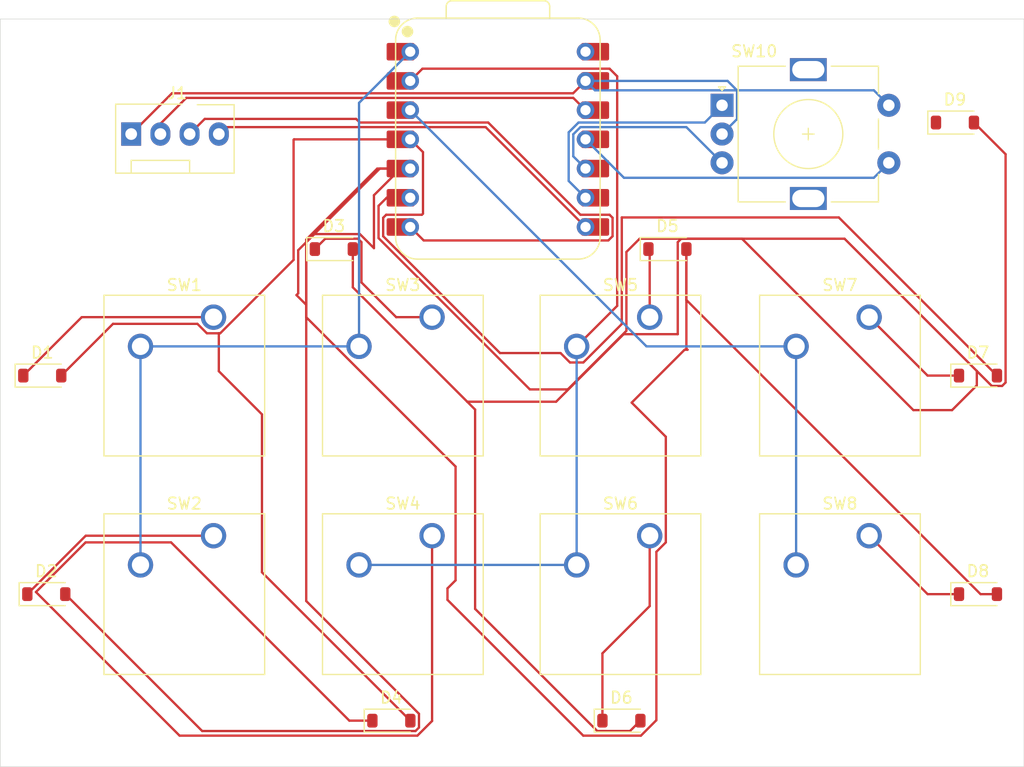
<source format=kicad_pcb>
(kicad_pcb (version 20241229) (generator "pcbnew") (generator_version "9.0")
  (layers (0 "F.Cu" signal) (2 "B.Cu" signal) (13 "F.Paste" user) (15 "B.Paste" user) (5 "F.SilkS" user "F.Silkscreen") (7 "B.SilkS" user "B.Silkscreen") (1 "F.Mask" user) (3 "B.Mask" user) (25 "Edge.Cuts" user))
  (net 0 "")
  (net 1 "/COL0")
  (net 2 "Net-(D1-K)")
  (net 3 "/COL1")
  (net 4 "Net-(D2-K)")
  (net 5 "Net-(D3-K)")
  (net 6 "/COL2")
  (net 7 "Net-(D4-K)")
  (net 8 "Net-(D5-K)")
  (net 9 "Net-(D6-K)")
  (net 10 "Net-(D7-K)")
  (net 11 "Net-(D8-K)")
  (net 12 "Net-(D9-K)")
  (net 13 "/SDA")
  (net 14 "+3.3V")
  (net 15 "/SCL")
  (net 16 "GND")
  (net 17 "/ROW0")
  (net 18 "/ROW1")
  (net 19 "/ROW2")
  (net 20 "/ENC_B")
  (net 21 "/ENC_SW")
  (net 22 "/ENC_A")
  (footprint "Button_Switch_Keyboard:SW_Cherry_MX_1.00u_PCB" (layer "F.Cu") (at 144.54 110.92)
    (property "Reference" "SW1" (at -2.54 -2.794 0) (layer "F.SilkS"))
    (property "Value" "SW_Push")
    (fp_line (start -9.525 -1.905) (end 4.445 -1.905) (stroke (width 0.12)) (layer "F.SilkS"))
    (fp_line (start -9.525 12.065) (end -9.525 -1.905) (stroke (width 0.12)) (layer "F.SilkS"))
    (fp_line (start 4.445 -1.905) (end 4.445 12.065) (stroke (width 0.12)) (layer "F.SilkS"))
    (fp_line (start 4.445 12.065) (end -9.525 12.065) (stroke (width 0.12)) (layer "F.SilkS"))
    (pad "" np_thru_hole circle (at -7.62 5.08) (size 1.7 1.7) (drill 1.7) (layers "*.Cu" "*.Mask"))
    (pad "" np_thru_hole circle (at -2.54 5.08) (size 4 4) (drill 4) (layers "*.Cu" "*.Mask"))
    (pad "" np_thru_hole circle (at 2.54 5.08) (size 1.7 1.7) (drill 1.7) (layers "*.Cu" "*.Mask"))
    (pad "1" thru_hole circle (at 0 0) (size 2.2 2.2) (drill 1.5) (layers "*.Cu" "*.Mask") (net 2 "Net-(D1-K)"))
    (pad "2" thru_hole circle (at -6.35 2.54) (size 2.2 2.2) (drill 1.5) (layers "*.Cu" "*.Mask") (net 17 "/ROW0"))
  )
  (footprint "Button_Switch_Keyboard:SW_Cherry_MX_1.00u_PCB" (layer "F.Cu") (at 144.54 129.92)
    (property "Reference" "SW2" (at -2.54 -2.794 0) (layer "F.SilkS"))
    (property "Value" "SW_Push")
    (fp_line (start -9.525 -1.905) (end 4.445 -1.905) (stroke (width 0.12)) (layer "F.SilkS"))
    (fp_line (start -9.525 12.065) (end -9.525 -1.905) (stroke (width 0.12)) (layer "F.SilkS"))
    (fp_line (start 4.445 -1.905) (end 4.445 12.065) (stroke (width 0.12)) (layer "F.SilkS"))
    (fp_line (start 4.445 12.065) (end -9.525 12.065) (stroke (width 0.12)) (layer "F.SilkS"))
    (pad "" np_thru_hole circle (at -7.62 5.08) (size 1.7 1.7) (drill 1.7) (layers "*.Cu" "*.Mask"))
    (pad "" np_thru_hole circle (at -2.54 5.08) (size 4 4) (drill 4) (layers "*.Cu" "*.Mask"))
    (pad "" np_thru_hole circle (at 2.54 5.08) (size 1.7 1.7) (drill 1.7) (layers "*.Cu" "*.Mask"))
    (pad "1" thru_hole circle (at 0 0) (size 2.2 2.2) (drill 1.5) (layers "*.Cu" "*.Mask") (net 4 "Net-(D2-K)"))
    (pad "2" thru_hole circle (at -6.35 2.54) (size 2.2 2.2) (drill 1.5) (layers "*.Cu" "*.Mask") (net 17 "/ROW0"))
  )
  (footprint "Button_Switch_Keyboard:SW_Cherry_MX_1.00u_PCB" (layer "F.Cu") (at 201.54 110.92)
    (property "Reference" "SW7" (at -2.54 -2.794 0) (layer "F.SilkS"))
    (property "Value" "SW_Push")
    (fp_line (start -9.525 -1.905) (end 4.445 -1.905) (stroke (width 0.12)) (layer "F.SilkS"))
    (fp_line (start -9.525 12.065) (end -9.525 -1.905) (stroke (width 0.12)) (layer "F.SilkS"))
    (fp_line (start 4.445 -1.905) (end 4.445 12.065) (stroke (width 0.12)) (layer "F.SilkS"))
    (fp_line (start 4.445 12.065) (end -9.525 12.065) (stroke (width 0.12)) (layer "F.SilkS"))
    (pad "" np_thru_hole circle (at -7.62 5.08) (size 1.7 1.7) (drill 1.7) (layers "*.Cu" "*.Mask"))
    (pad "" np_thru_hole circle (at -2.54 5.08) (size 4 4) (drill 4) (layers "*.Cu" "*.Mask"))
    (pad "" np_thru_hole circle (at 2.54 5.08) (size 1.7 1.7) (drill 1.7) (layers "*.Cu" "*.Mask"))
    (pad "1" thru_hole circle (at 0 0) (size 2.2 2.2) (drill 1.5) (layers "*.Cu" "*.Mask") (net 10 "Net-(D7-K)"))
    (pad "2" thru_hole circle (at -6.35 2.54) (size 2.2 2.2) (drill 1.5) (layers "*.Cu" "*.Mask") (net 19 "/ROW2"))
  )
  (footprint "Button_Switch_Keyboard:SW_Cherry_MX_1.00u_PCB" (layer "F.Cu") (at 163.54 129.92)
    (property "Reference" "SW4" (at -2.54 -2.794 0) (layer "F.SilkS"))
    (property "Value" "SW_Push")
    (fp_line (start -9.525 -1.905) (end 4.445 -1.905) (stroke (width 0.12)) (layer "F.SilkS"))
    (fp_line (start -9.525 12.065) (end -9.525 -1.905) (stroke (width 0.12)) (layer "F.SilkS"))
    (fp_line (start 4.445 -1.905) (end 4.445 12.065) (stroke (width 0.12)) (layer "F.SilkS"))
    (fp_line (start 4.445 12.065) (end -9.525 12.065) (stroke (width 0.12)) (layer "F.SilkS"))
    (pad "" np_thru_hole circle (at -7.62 5.08) (size 1.7 1.7) (drill 1.7) (layers "*.Cu" "*.Mask"))
    (pad "" np_thru_hole circle (at -2.54 5.08) (size 4 4) (drill 4) (layers "*.Cu" "*.Mask"))
    (pad "" np_thru_hole circle (at 2.54 5.08) (size 1.7 1.7) (drill 1.7) (layers "*.Cu" "*.Mask"))
    (pad "1" thru_hole circle (at 0 0) (size 2.2 2.2) (drill 1.5) (layers "*.Cu" "*.Mask") (net 7 "Net-(D4-K)"))
    (pad "2" thru_hole circle (at -6.35 2.54) (size 2.2 2.2) (drill 1.5) (layers "*.Cu" "*.Mask") (net 18 "/ROW1"))
  )
  (footprint "Diode_SMD:D_SOD-123" (layer "F.Cu") (at 209 94)
    (property "Reference" "D9" (at 0 -2 0) (layer "F.SilkS"))
    (property "Value" "D_Small")
    (fp_line (start -2.36 -1) (end -2.36 1) (stroke (width 0.12)) (layer "F.SilkS"))
    (fp_line (start -2.36 -1) (end 1.65 -1) (stroke (width 0.12)) (layer "F.SilkS"))
    (fp_line (start -2.36 1) (end 1.65 1) (stroke (width 0.12)) (layer "F.SilkS"))
    (pad "1" smd roundrect (at -1.65 0) (size 0.9 1.2) (layers "F.Cu" "F.Mask" "F.Paste") (net 12 "Net-(D9-K)"))
    (pad "2" smd roundrect (at 1.65 0) (size 0.9 1.2) (layers "F.Cu" "F.Mask" "F.Paste") (net 6 "/COL2"))
  )
  (footprint "Diode_SMD:D_SOD-123" (layer "F.Cu") (at 130 135)
    (property "Reference" "D2" (at 0 -2 0) (layer "F.SilkS"))
    (property "Value" "D_Small")
    (fp_line (start -2.36 -1) (end -2.36 1) (stroke (width 0.12)) (layer "F.SilkS"))
    (fp_line (start -2.36 -1) (end 1.65 -1) (stroke (width 0.12)) (layer "F.SilkS"))
    (fp_line (start -2.36 1) (end 1.65 1) (stroke (width 0.12)) (layer "F.SilkS"))
    (pad "1" smd roundrect (at -1.65 0) (size 0.9 1.2) (layers "F.Cu" "F.Mask" "F.Paste") (net 4 "Net-(D2-K)"))
    (pad "2" smd roundrect (at 1.65 0) (size 0.9 1.2) (layers "F.Cu" "F.Mask" "F.Paste") (net 3 "/COL1"))
  )
  (footprint "Button_Switch_Keyboard:SW_Cherry_MX_1.00u_PCB" (layer "F.Cu") (at 163.54 110.92)
    (property "Reference" "SW3" (at -2.54 -2.794 0) (layer "F.SilkS"))
    (property "Value" "SW_Push")
    (fp_line (start -9.525 -1.905) (end 4.445 -1.905) (stroke (width 0.12)) (layer "F.SilkS"))
    (fp_line (start -9.525 12.065) (end -9.525 -1.905) (stroke (width 0.12)) (layer "F.SilkS"))
    (fp_line (start 4.445 -1.905) (end 4.445 12.065) (stroke (width 0.12)) (layer "F.SilkS"))
    (fp_line (start 4.445 12.065) (end -9.525 12.065) (stroke (width 0.12)) (layer "F.SilkS"))
    (pad "" np_thru_hole circle (at -7.62 5.08) (size 1.7 1.7) (drill 1.7) (layers "*.Cu" "*.Mask"))
    (pad "" np_thru_hole circle (at -2.54 5.08) (size 4 4) (drill 4) (layers "*.Cu" "*.Mask"))
    (pad "" np_thru_hole circle (at 2.54 5.08) (size 1.7 1.7) (drill 1.7) (layers "*.Cu" "*.Mask"))
    (pad "1" thru_hole circle (at 0 0) (size 2.2 2.2) (drill 1.5) (layers "*.Cu" "*.Mask") (net 5 "Net-(D3-K)"))
    (pad "2" thru_hole circle (at -6.35 2.54) (size 2.2 2.2) (drill 1.5) (layers "*.Cu" "*.Mask") (net 17 "/ROW0"))
  )
  (footprint "Diode_SMD:D_SOD-123" (layer "F.Cu") (at 129.65 116)
    (property "Reference" "D1" (at 0 -2 0) (layer "F.SilkS"))
    (property "Value" "D_Small")
    (fp_line (start -2.36 -1) (end -2.36 1) (stroke (width 0.12)) (layer "F.SilkS"))
    (fp_line (start -2.36 -1) (end 1.65 -1) (stroke (width 0.12)) (layer "F.SilkS"))
    (fp_line (start -2.36 1) (end 1.65 1) (stroke (width 0.12)) (layer "F.SilkS"))
    (pad "1" smd roundrect (at -1.65 0) (size 0.9 1.2) (layers "F.Cu" "F.Mask" "F.Paste") (net 2 "Net-(D1-K)"))
    (pad "2" smd roundrect (at 1.65 0) (size 0.9 1.2) (layers "F.Cu" "F.Mask" "F.Paste") (net 1 "/COL0"))
  )
  (footprint "Diode_SMD:D_SOD-123" (layer "F.Cu") (at 180 146)
    (property "Reference" "D6" (at 0 -2 0) (layer "F.SilkS"))
    (property "Value" "D_Small")
    (fp_line (start -2.36 -1) (end -2.36 1) (stroke (width 0.12)) (layer "F.SilkS"))
    (fp_line (start -2.36 -1) (end 1.65 -1) (stroke (width 0.12)) (layer "F.SilkS"))
    (fp_line (start -2.36 1) (end 1.65 1) (stroke (width 0.12)) (layer "F.SilkS"))
    (pad "1" smd roundrect (at -1.65 0) (size 0.9 1.2) (layers "F.Cu" "F.Mask" "F.Paste") (net 9 "Net-(D6-K)"))
    (pad "2" smd roundrect (at 1.65 0) (size 0.9 1.2) (layers "F.Cu" "F.Mask" "F.Paste") (net 6 "/COL2"))
  )
  (footprint "Diode_SMD:D_SOD-123" (layer "F.Cu") (at 160 146)
    (property "Reference" "D4" (at 0 -2 0) (layer "F.SilkS"))
    (property "Value" "D_Small")
    (fp_line (start -2.36 -1) (end -2.36 1) (stroke (width 0.12)) (layer "F.SilkS"))
    (fp_line (start -2.36 -1) (end 1.65 -1) (stroke (width 0.12)) (layer "F.SilkS"))
    (fp_line (start -2.36 1) (end 1.65 1) (stroke (width 0.12)) (layer "F.SilkS"))
    (pad "1" smd roundrect (at -1.65 0) (size 0.9 1.2) (layers "F.Cu" "F.Mask" "F.Paste") (net 7 "Net-(D4-K)"))
    (pad "2" smd roundrect (at 1.65 0) (size 0.9 1.2) (layers "F.Cu" "F.Mask" "F.Paste") (net 1 "/COL0"))
  )
  (footprint "Diode_SMD:D_SOD-123" (layer "F.Cu") (at 184 105)
    (property "Reference" "D5" (at 0 -2 0) (layer "F.SilkS"))
    (property "Value" "D_Small")
    (fp_line (start -2.36 -1) (end -2.36 1) (stroke (width 0.12)) (layer "F.SilkS"))
    (fp_line (start -2.36 -1) (end 1.65 -1) (stroke (width 0.12)) (layer "F.SilkS"))
    (fp_line (start -2.36 1) (end 1.65 1) (stroke (width 0.12)) (layer "F.SilkS"))
    (pad "1" smd roundrect (at -1.65 0) (size 0.9 1.2) (layers "F.Cu" "F.Mask" "F.Paste") (net 8 "Net-(D5-K)"))
    (pad "2" smd roundrect (at 1.65 0) (size 0.9 1.2) (layers "F.Cu" "F.Mask" "F.Paste") (net 3 "/COL1"))
  )
  (footprint "Diode_SMD:D_SOD-123" (layer "F.Cu") (at 211 135)
    (property "Reference" "D8" (at 0 -2 0) (layer "F.SilkS"))
    (property "Value" "D_Small")
    (fp_line (start -2.36 -1) (end -2.36 1) (stroke (width 0.12)) (layer "F.SilkS"))
    (fp_line (start -2.36 -1) (end 1.65 -1) (stroke (width 0.12)) (layer "F.SilkS"))
    (fp_line (start -2.36 1) (end 1.65 1) (stroke (width 0.12)) (layer "F.SilkS"))
    (pad "1" smd roundrect (at -1.65 0) (size 0.9 1.2) (layers "F.Cu" "F.Mask" "F.Paste") (net 11 "Net-(D8-K)"))
    (pad "2" smd roundrect (at 1.65 0) (size 0.9 1.2) (layers "F.Cu" "F.Mask" "F.Paste") (net 3 "/COL1"))
  )
  (footprint "Connector:FanPinHeader_1x04_P2.54mm_Vertical" (layer "F.Cu") (at 137.38 95)
    (property "Reference" "J1" (at 4 -3.55 0) (layer "F.SilkS"))
    (property "Value" "Conn_01x04")
    (fp_line (start -1.35 -2.6) (end 4.4 -2.6) (stroke (width 0.12)) (layer "F.SilkS"))
    (fp_line (start -1.35 3.4) (end -1.35 -2.6) (stroke (width 0.12)) (layer "F.SilkS"))
    (fp_line (start 0 2.29) (end 5.08 2.29) (stroke (width 0.12)) (layer "F.SilkS"))
    (fp_line (start 0 3.3) (end 0 2.29) (stroke (width 0.12)) (layer "F.SilkS"))
    (fp_line (start 5.08 2.29) (end 5.08 3.3) (stroke (width 0.12)) (layer "F.SilkS"))
    (fp_line (start 5.75 -2.55) (end 8.95 -2.55) (stroke (width 0.12)) (layer "F.SilkS"))
    (fp_line (start 8.95 -2.55) (end 8.95 3.4) (stroke (width 0.12)) (layer "F.SilkS"))
    (fp_line (start 8.95 3.4) (end -1.35 3.4) (stroke (width 0.12)) (layer "F.SilkS"))
    (pad "" np_thru_hole circle (at 5.08 -2.16 90) (size 1.1 1.1) (drill 1.1) (layers "*.Cu" "*.Mask"))
    (pad "1" thru_hole rect (at 0 0 90) (size 2.03 1.73) (drill 1.02) (layers "*.Cu" "*.Mask") (net 16 "GND"))
    (pad "2" thru_hole oval (at 2.54 0 90) (size 2.03 1.73) (drill 1.02) (layers "*.Cu" "*.Mask") (net 14 "+3.3V"))
    (pad "3" thru_hole oval (at 5.08 0 90) (size 2.03 1.73) (drill 1.02) (layers "*.Cu" "*.Mask") (net 15 "/SCL"))
    (pad "4" thru_hole oval (at 7.62 0 90) (size 2.03 1.73) (drill 1.02) (layers "*.Cu" "*.Mask") (net 13 "/SDA"))
  )
  (footprint "Button_Switch_Keyboard:SW_Cherry_MX_1.00u_PCB" (layer "F.Cu") (at 182.46 110.92)
    (property "Reference" "SW5" (at -2.54 -2.794 0) (layer "F.SilkS"))
    (property "Value" "SW_Push")
    (fp_line (start -9.525 -1.905) (end 4.445 -1.905) (stroke (width 0.12)) (layer "F.SilkS"))
    (fp_line (start -9.525 12.065) (end -9.525 -1.905) (stroke (width 0.12)) (layer "F.SilkS"))
    (fp_line (start 4.445 -1.905) (end 4.445 12.065) (stroke (width 0.12)) (layer "F.SilkS"))
    (fp_line (start 4.445 12.065) (end -9.525 12.065) (stroke (width 0.12)) (layer "F.SilkS"))
    (pad "" np_thru_hole circle (at -7.62 5.08) (size 1.7 1.7) (drill 1.7) (layers "*.Cu" "*.Mask"))
    (pad "" np_thru_hole circle (at -2.54 5.08) (size 4 4) (drill 4) (layers "*.Cu" "*.Mask"))
    (pad "" np_thru_hole circle (at 2.54 5.08) (size 1.7 1.7) (drill 1.7) (layers "*.Cu" "*.Mask"))
    (pad "1" thru_hole circle (at 0 0) (size 2.2 2.2) (drill 1.5) (layers "*.Cu" "*.Mask") (net 8 "Net-(D5-K)"))
    (pad "2" thru_hole circle (at -6.35 2.54) (size 2.2 2.2) (drill 1.5) (layers "*.Cu" "*.Mask") (net 18 "/ROW1"))
  )
  (footprint "Seeed Studio XIAO Series Library:XIAO-ESP32C3-DIP" (layer "F.Cu") (at 169.38 95.46)
    (property "Reference" "U1" (hide yes))
    (property "Value" "XIAO-ESP32-C3-DIP")
    (fp_line (start -9.01 8.509) (end -9.01 -8.636) (stroke (width 0.127)) (layer "F.SilkS"))
    (fp_line (start -7.105 10.414) (end 6.865 10.414) (stroke (width 0.127)) (layer "F.SilkS"))
    (fp_line (start -4.615 -10.541) (end -4.611272 -11.551272) (stroke (width 0.127)) (layer "F.SilkS"))
    (fp_line (start -4.111272 -12.051) (end 3.884 -12.051) (stroke (width 0.127)) (layer "F.SilkS"))
    (fp_line (start 4.384 -11.551) (end 4.384 -10.541) (stroke (width 0.127)) (layer "F.SilkS"))
    (fp_line (start 6.865 -10.541) (end -7.105 -10.541) (stroke (width 0.1)) (layer "F.SilkS"))
    (fp_line (start 6.865 -10.541) (end -7.105 -10.541) (stroke (width 0.127)) (layer "F.SilkS"))
    (fp_line (start 8.77 8.509) (end 8.77 -8.636) (stroke (width 0.127)) (layer "F.SilkS"))
    (fp_arc (start -9.01 -8.636) (mid -8.452038 -9.983038) (end -7.105 -10.541) (stroke (width 0.127)) (layer "F.SilkS"))
    (fp_arc (start -7.105 10.414) (mid -8.452038 9.856038) (end -9.01 8.509) (stroke (width 0.127)) (layer "F.SilkS"))
    (fp_arc (start -4.611272 -11.551272) (mid -4.464728 -11.90464) (end -4.111272 -12.051) (stroke (width 0.127)) (layer "F.SilkS"))
    (fp_arc (start 3.884 -12.051) (mid 4.237553 -11.904553) (end 4.384 -11.551) (stroke (width 0.127)) (layer "F.SilkS"))
    (fp_arc (start 6.865 -10.541) (mid 8.212038 -9.983038) (end 8.77 -8.636) (stroke (width 0.127)) (layer "F.SilkS"))
    (fp_arc (start 8.77 8.509) (mid 8.212038 9.856038) (end 6.865 10.414) (stroke (width 0.127)) (layer "F.SilkS"))
    (fp_circle (center -9.12 -10.25) (end -9.12 -10.504) (stroke (width 0.5)) (fill yes) (layer "F.SilkS"))
    (fp_circle (center -7.977 -9.37) (end -7.977 -9.624) (stroke (width 0.5)) (fill yes) (layer "F.SilkS"))
    (pad "1" smd roundrect (at -8.575 -7.62 180) (size 2.432 1.524) (layers "F.Cu" "F.Mask") (roundrect_rratio 0.1) (net 17 "/ROW0"))
    (pad "1" thru_hole circle (at -7.74 -7.62 180) (size 1.524 1.524) (drill 0.889) (layers "*.Cu" "*.Mask") (net 17 "/ROW0"))
    (pad "2" smd roundrect (at -8.575 -5.08 180) (size 2.432 1.524) (layers "F.Cu" "F.Mask") (roundrect_rratio 0.1) (net 18 "/ROW1"))
    (pad "2" thru_hole circle (at -7.74 -5.08 180) (size 1.524 1.524) (drill 0.889) (layers "*.Cu" "*.Mask") (net 18 "/ROW1"))
    (pad "3" smd roundrect (at -8.575 -2.54 180) (size 2.432 1.524) (layers "F.Cu" "F.Mask") (roundrect_rratio 0.1) (net 19 "/ROW2"))
    (pad "3" thru_hole circle (at -7.74 -2.54 180) (size 1.524 1.524) (drill 0.889) (layers "*.Cu" "*.Mask") (net 19 "/ROW2"))
    (pad "4" smd roundrect (at -8.575 0 180) (size 2.432 1.524) (layers "F.Cu" "F.Mask") (roundrect_rratio 0.1) (net 1 "/COL0"))
    (pad "4" thru_hole circle (at -7.74 0 180) (size 1.524 1.524) (drill 0.889) (layers "*.Cu" "*.Mask") (net 1 "/COL0"))
    (pad "5" smd roundrect (at -8.575 2.54 180) (size 2.432 1.524) (layers "F.Cu" "F.Mask") (roundrect_rratio 0.1) (net 3 "/COL1"))
    (pad "5" thru_hole circle (at -7.74 2.54 180) (size 1.524 1.524) (drill 0.889) (layers "*.Cu" "*.Mask") (net 3 "/COL1"))
    (pad "6" smd roundrect (at -8.575 5.08 180) (size 2.432 1.524) (layers "F.Cu" "F.Mask") (roundrect_rratio 0.1) (net 6 "/COL2"))
    (pad "6" thru_hole circle (at -7.74 5.08 180) (size 1.524 1.524) (drill 0.889) (layers "*.Cu" "*.Mask") (net 6 "/COL2"))
    (pad "7" smd roundrect (at -8.575 7.62 180) (size 2.432 1.524) (layers "F.Cu" "F.Mask") (roundrect_rratio 0.1) (net 15 "/SCL"))
    (pad "7" thru_hole circle (at -7.74 7.62 180) (size 1.524 1.524) (drill 0.889) (layers "*.Cu" "*.Mask") (net 15 "/SCL"))
    (pad "8" thru_hole circle (at 7.5 7.62) (size 1.524 1.524) (drill 0.889) (layers "*.Cu" "*.Mask") (net 13 "/SDA"))
    (pad "8" smd roundrect (at 8.335 7.62) (size 2.432 1.524) (layers "F.Cu" "F.Mask") (roundrect_rratio 0.1) (net 13 "/SDA"))
    (pad "9" thru_hole circle (at 7.5 5.08) (size 1.524 1.524) (drill 0.889) (layers "*.Cu" "*.Mask") (net 22 "/ENC_A"))
    (pad "9" smd roundrect (at 8.335 5.08) (size 2.432 1.524) (layers "F.Cu" "F.Mask") (roundrect_rratio 0.1) (net 22 "/ENC_A"))
    (pad "10" thru_hole circle (at 7.5 2.54) (size 1.524 1.524) (drill 0.889) (layers "*.Cu" "*.Mask") (net 20 "/ENC_B"))
    (pad "10" smd roundrect (at 8.335 2.54) (size 2.432 1.524) (layers "F.Cu" "F.Mask") (roundrect_rratio 0.1) (net 20 "/ENC_B"))
    (pad "11" thru_hole circle (at 7.5 0) (size 1.524 1.524) (drill 0.889) (layers "*.Cu" "*.Mask") (net 21 "/ENC_SW"))
    (pad "11" smd roundrect (at 8.335 0) (size 2.432 1.524) (layers "F.Cu" "F.Mask") (roundrect_rratio 0.1) (net 21 "/ENC_SW"))
    (pad "12" thru_hole circle (at 7.5 -2.54) (size 1.524 1.524) (drill 0.889) (layers "*.Cu" "*.Mask") (net 14 "+3.3V"))
    (pad "12" smd roundrect (at 8.335 -2.54) (size 2.432 1.524) (layers "F.Cu" "F.Mask") (roundrect_rratio 0.1) (net 14 "+3.3V"))
    (pad "13" thru_hole circle (at 7.5 -5.08) (size 1.524 1.524) (drill 0.889) (layers "*.Cu" "*.Mask") (net 16 "GND"))
    (pad "13" smd roundrect (at 8.335 -5.08) (size 2.432 1.524) (layers "F.Cu" "F.Mask") (roundrect_rratio 0.1) (net 16 "GND"))
    (pad "14" thru_hole circle (at 7.5 -7.62) (size 1.524 1.524) (drill 0.889) (layers "*.Cu" "*.Mask"))
    (pad "14" smd roundrect (at 8.335 -7.62) (size 2.432 1.524) (layers "F.Cu" "F.Mask") (roundrect_rratio 0.1))
  )
  (footprint "Button_Switch_Keyboard:SW_Cherry_MX_1.00u_PCB" (layer "F.Cu") (at 201.54 129.92)
    (property "Reference" "SW8" (at -2.54 -2.794 0) (layer "F.SilkS"))
    (property "Value" "SW_Push")
    (fp_line (start -9.525 -1.905) (end 4.445 -1.905) (stroke (width 0.12)) (layer "F.SilkS"))
    (fp_line (start -9.525 12.065) (end -9.525 -1.905) (stroke (width 0.12)) (layer "F.SilkS"))
    (fp_line (start 4.445 -1.905) (end 4.445 12.065) (stroke (width 0.12)) (layer "F.SilkS"))
    (fp_line (start 4.445 12.065) (end -9.525 12.065) (stroke (width 0.12)) (layer "F.SilkS"))
    (pad "" np_thru_hole circle (at -7.62 5.08) (size 1.7 1.7) (drill 1.7) (layers "*.Cu" "*.Mask"))
    (pad "" np_thru_hole circle (at -2.54 5.08) (size 4 4) (drill 4) (layers "*.Cu" "*.Mask"))
    (pad "" np_thru_hole circle (at 2.54 5.08) (size 1.7 1.7) (drill 1.7) (layers "*.Cu" "*.Mask"))
    (pad "1" thru_hole circle (at 0 0) (size 2.2 2.2) (drill 1.5) (layers "*.Cu" "*.Mask") (net 11 "Net-(D8-K)"))
    (pad "2" thru_hole circle (at -6.35 2.54) (size 2.2 2.2) (drill 1.5) (layers "*.Cu" "*.Mask") (net 19 "/ROW2"))
  )
  (footprint "Button_Switch_Keyboard:SW_Cherry_MX_1.00u_PCB" (layer "F.Cu") (at 182.46 129.92)
    (property "Reference" "SW6" (at -2.54 -2.794 0) (layer "F.SilkS"))
    (property "Value" "SW_Push")
    (fp_line (start -9.525 -1.905) (end 4.445 -1.905) (stroke (width 0.12)) (layer "F.SilkS"))
    (fp_line (start -9.525 12.065) (end -9.525 -1.905) (stroke (width 0.12)) (layer "F.SilkS"))
    (fp_line (start 4.445 -1.905) (end 4.445 12.065) (stroke (width 0.12)) (layer "F.SilkS"))
    (fp_line (start 4.445 12.065) (end -9.525 12.065) (stroke (width 0.12)) (layer "F.SilkS"))
    (pad "" np_thru_hole circle (at -7.62 5.08) (size 1.7 1.7) (drill 1.7) (layers "*.Cu" "*.Mask"))
    (pad "" np_thru_hole circle (at -2.54 5.08) (size 4 4) (drill 4) (layers "*.Cu" "*.Mask"))
    (pad "" np_thru_hole circle (at 2.54 5.08) (size 1.7 1.7) (drill 1.7) (layers "*.Cu" "*.Mask"))
    (pad "1" thru_hole circle (at 0 0) (size 2.2 2.2) (drill 1.5) (layers "*.Cu" "*.Mask") (net 9 "Net-(D6-K)"))
    (pad "2" thru_hole circle (at -6.35 2.54) (size 2.2 2.2) (drill 1.5) (layers "*.Cu" "*.Mask") (net 18 "/ROW1"))
  )
  (footprint "Diode_SMD:D_SOD-123" (layer "F.Cu") (at 211 116)
    (property "Reference" "D7" (at 0 -2 0) (layer "F.SilkS"))
    (property "Value" "D_Small")
    (fp_line (start -2.36 -1) (end -2.36 1) (stroke (width 0.12)) (layer "F.SilkS"))
    (fp_line (start -2.36 -1) (end 1.65 -1) (stroke (width 0.12)) (layer "F.SilkS"))
    (fp_line (start -2.36 1) (end 1.65 1) (stroke (width 0.12)) (layer "F.SilkS"))
    (pad "1" smd roundrect (at -1.65 0) (size 0.9 1.2) (layers "F.Cu" "F.Mask" "F.Paste") (net 10 "Net-(D7-K)"))
    (pad "2" smd roundrect (at 1.65 0) (size 0.9 1.2) (layers "F.Cu" "F.Mask" "F.Paste") (net 1 "/COL0"))
  )
  (footprint "Rotary_Encoder:RotaryEncoder_Alps_EC11E-Switch_Vertical_H20mm" (layer "F.Cu") (at 188.75 92.5)
    (property "Reference" "SW10" (at 2.8 -4.7 0) (layer "F.SilkS"))
    (property "Value" "RotaryEncoder_Switch")
    (fp_line (start -0.3 -1.6) (end 0.3 -1.6) (stroke (width 0.12)) (layer "F.SilkS"))
    (fp_line (start 0 -1.3) (end -0.3 -1.6) (stroke (width 0.12)) (layer "F.SilkS"))
    (fp_line (start 0.3 -1.6) (end 0 -1.3) (stroke (width 0.12)) (layer "F.SilkS"))
    (fp_line (start 1.4 -3.4) (end 1.4 8.4) (stroke (width 0.12)) (layer "F.SilkS"))
    (fp_line (start 5.5 -3.4) (end 1.4 -3.4) (stroke (width 0.12)) (layer "F.SilkS"))
    (fp_line (start 5.5 8.4) (end 1.4 8.4) (stroke (width 0.12)) (layer "F.SilkS"))
    (fp_line (start 7 2.5) (end 8 2.5) (stroke (width 0.12)) (layer "F.SilkS"))
    (fp_line (start 7.5 2) (end 7.5 3) (stroke (width 0.12)) (layer "F.SilkS"))
    (fp_line (start 9.5 -3.4) (end 13.6 -3.4) (stroke (width 0.12)) (layer "F.SilkS"))
    (fp_line (start 13.6 -3.4) (end 13.6 -1) (stroke (width 0.12)) (layer "F.SilkS"))
    (fp_line (start 13.6 1.2) (end 13.6 3.8) (stroke (width 0.12)) (layer "F.SilkS"))
    (fp_line (start 13.6 6) (end 13.6 8.4) (stroke (width 0.12)) (layer "F.SilkS"))
    (fp_line (start 13.6 8.4) (end 9.5 8.4) (stroke (width 0.12)) (layer "F.SilkS"))
    (fp_circle (center 7.5 2.5) (end 10.5 2.5) (stroke (width 0.12)) (fill no) (layer "F.SilkS"))
    (pad "A" thru_hole rect (at 0 0) (size 2 2) (drill 1) (layers "*.Cu" "*.Mask") (net 22 "/ENC_A"))
    (pad "B" thru_hole circle (at 0 5) (size 2 2) (drill 1) (layers "*.Cu" "*.Mask") (net 20 "/ENC_B"))
    (pad "C" thru_hole circle (at 0 2.5) (size 2 2) (drill 1) (layers "*.Cu" "*.Mask") (net 16 "GND"))
    (pad "MP" thru_hole rect (at 7.5 -3.1) (size 3.2 2) (drill oval 2.8 1.5) (layers "*.Cu" "*.Mask"))
    (pad "MP" thru_hole rect (at 7.5 8.1) (size 3.2 2) (drill oval 2.8 1.5) (layers "*.Cu" "*.Mask"))
    (pad "S1" thru_hole circle (at 14.5 5) (size 2 2) (drill 1) (layers "*.Cu" "*.Mask") (net 21 "/ENC_SW"))
    (pad "S2" thru_hole circle (at 14.5 0) (size 2 2) (drill 1) (layers "*.Cu" "*.Mask") (net 16 "GND"))
  )
  (footprint "Diode_SMD:D_SOD-123" (layer "F.Cu") (at 155 105)
    (property "Reference" "D3" (at 0 -2 0) (layer "F.SilkS"))
    (property "Value" "D_Small")
    (fp_line (start -2.36 -1) (end -2.36 1) (stroke (width 0.12)) (layer "F.SilkS"))
    (fp_line (start -2.36 -1) (end 1.65 -1) (stroke (width 0.12)) (layer "F.SilkS"))
    (fp_line (start -2.36 1) (end 1.65 1) (stroke (width 0.12)) (layer "F.SilkS"))
    (pad "1" smd roundrect (at -1.65 0) (size 0.9 1.2) (layers "F.Cu" "F.Mask" "F.Paste") (net 5 "Net-(D3-K)"))
    (pad "2" smd roundrect (at 1.65 0) (size 0.9 1.2) (layers "F.Cu" "F.Mask" "F.Paste") (net 6 "/COL2"))
  )
  (gr_rect (start 126 85) (end 215 150) (stroke (width 0.05)) (fill no) (layer "Edge.Cuts"))
  (segment (start 148.75 133.1) (end 148.75 119.36847) (width 0.2) (layer "F.Cu") (net 1))
  (segment (start 143.959686 112.321) (end 145 112.321) (width 0.2) (layer "F.Cu") (net 1))
  (segment (start 135.799686 111.500314) (end 143.139 111.500314) (width 0.2) (layer "F.Cu") (net 1))
  (segment (start 151.5 95.5) (end 151.54 95.46) (width 0.2) (layer "F.Cu") (net 1))
  (segment (start 148.75 119.36847) (end 145 115.61847) (width 0.2) (layer "F.Cu") (net 1))
  (segment (start 151.5 105.941314) (end 151.5 95.5) (width 0.2) (layer "F.Cu") (net 1))
  (segment (start 180.034 102.25) (end 180.034 111.517314) (width 0.2) (layer "F.Cu") (net 1))
  (segment (start 162.75 96.57) (end 161.64 95.46) (width 0.2) (layer "F.Cu") (net 1))
  (segment (start 131.3 116) (end 135.799686 111.500314) (width 0.2) (layer "F.Cu") (net 1))
  (segment (start 159.288 103.881626) (end 159.288 102.278374) (width 0.2) (layer "F.Cu") (net 1))
  (segment (start 212.65 116) (end 198.9 102.25) (width 0.2) (layer "F.Cu") (net 1))
  (segment (start 169.446688 114.040314) (end 159.288 103.881626) (width 0.2) (layer "F.Cu") (net 1))
  (segment (start 180.034 111.517314) (end 176.690314 114.861) (width 0.2) (layer "F.Cu") (net 1))
  (segment (start 162.75 101.920686) (end 162.75 96.57) (width 0.2) (layer "F.Cu") (net 1))
  (segment (start 145 115.61847) (end 145 112.321) (width 0.2) (layer "F.Cu") (net 1))
  (segment (start 145.120314 112.321) (end 151.5 105.941314) (width 0.2) (layer "F.Cu") (net 1))
  (segment (start 198.9 102.25) (end 180.034 102.25) (width 0.2) (layer "F.Cu") (net 1))
  (segment (start 176.690314 114.861) (end 175.529686 114.861) (width 0.2) (layer "F.Cu") (net 1))
  (segment (start 174.709 114.040314) (end 169.446688 114.040314) (width 0.2) (layer "F.Cu") (net 1))
  (segment (start 162.653686 102.017) (end 162.75 101.920686) (width 0.2) (layer "F.Cu") (net 1))
  (segment (start 161.65 146) (end 148.75 133.1) (width 0.2) (layer "F.Cu") (net 1))
  (segment (start 159.549374 102.017) (end 162.653686 102.017) (width 0.2) (layer "F.Cu") (net 1))
  (segment (start 145 112.321) (end 145.120314 112.321) (width 0.2) (layer "F.Cu") (net 1))
  (segment (start 159.288 102.278374) (end 159.549374 102.017) (width 0.2) (layer "F.Cu") (net 1))
  (segment (start 175.529686 114.861) (end 174.709 114.040314) (width 0.2) (layer "F.Cu") (net 1))
  (segment (start 151.54 95.46) (end 161.64 95.46) (width 0.2) (layer "F.Cu") (net 1))
  (segment (start 143.139 111.500314) (end 143.959686 112.321) (width 0.2) (layer "F.Cu") (net 1))
  (segment (start 133.08 110.92) (end 144.54 110.92) (width 0.2) (layer "F.Cu") (net 2))
  (segment (start 128 116) (end 133.08 110.92) (width 0.2) (layer "F.Cu") (net 2))
  (segment (start 151.75 109) (end 152.599 109.849) (width 0.2) (layer "F.Cu") (net 3))
  (segment (start 183.040314 131.321) (end 183.040314 145.959796) (width 0.2) (layer "F.Cu") (net 3))
  (segment (start 165.58253 133.799) (end 165.58253 123.907346) (width 0.2) (layer "F.Cu") (net 3))
  (segment (start 165.58253 123.907346) (end 152.599 110.923816) (width 0.2) (layer "F.Cu") (net 3))
  (segment (start 164.879 135.49747) (end 164.879 134.50253) (width 0.2) (layer "F.Cu") (net 3))
  (segment (start 183.861 121.318184) (end 183.861 130.500314) (width 0.2) (layer "F.Cu") (net 3))
  (segment (start 152.599 135.59889) (end 152.599 104.40089) (width 0.2) (layer "F.Cu") (net 3))
  (segment (start 183.861 130.500314) (end 183.040314 131.321) (width 0.2) (layer "F.Cu") (net 3))
  (segment (start 212.65 135) (end 211.22153 135) (width 0.2) (layer "F.Cu") (net 3))
  (segment (start 152.599 110.923816) (end 152.599 109.849) (width 0.2) (layer "F.Cu") (net 3))
  (segment (start 151.901 105.09889) (end 151.901 108.849) (width 0.2) (layer "F.Cu") (net 3))
  (segment (start 157.26521 103.698) (end 153.30189 103.698) (width 0.2) (layer "F.Cu") (net 3))
  (segment (start 143.551 146.901) (end 162.09911 146.901) (width 0.2) (layer "F.Cu") (net 3))
  (segment (start 160.805 98) (end 161.64 98) (width 0.2) (layer "F.Cu") (net 3))
  (segment (start 162.09911 146.901) (end 162.401 146.59911) (width 0.2) (layer "F.Cu") (net 3))
  (segment (start 185.494816 113.75) (end 180.893816 118.351) (width 0.2) (layer "F.Cu") (net 3))
  (segment (start 185.65 109.42847) (end 185.65 105) (width 0.2) (layer "F.Cu") (net 3))
  (segment (start 152.599 109.849) (end 152.599 104.17389) (width 0.2) (layer "F.Cu") (net 3))
  (segment (start 185.65 105) (end 185.65 113.65) (width 0.2) (layer "F.Cu") (net 3))
  (segment (start 158.486 100.319) (end 158.486 104.91879) (width 0.2) (layer "F.Cu") (net 3))
  (segment (start 158.99989 98) (end 161.64 98) (width 0.2) (layer "F.Cu") (net 3))
  (segment (start 152.599 104.17389) (end 158.77289 98) (width 0.2) (layer "F.Cu") (net 3))
  (segment (start 180.893816 118.351) (end 183.861 121.318184) (width 0.2) (layer "F.Cu") (net 3))
  (segment (start 181.69811 147.302) (end 176.68353 147.302) (width 0.2) (layer "F.Cu") (net 3))
  (segment (start 158.486 104.91879) (end 157.26521 103.698) (width 0.2) (layer "F.Cu") (net 3))
  (segment (start 153.30189 103.698) (end 151.901 105.09889) (width 0.2) (layer "F.Cu") (net 3))
  (segment (start 183.040314 145.959796) (end 181.69811 147.302) (width 0.2) (layer "F.Cu") (net 3))
  (segment (start 176.68353 147.302) (end 164.879 135.49747) (width 0.2) (layer "F.Cu") (net 3))
  (segment (start 151.901 108.849) (end 151.75 109) (width 0.2) (layer "F.Cu") (net 3))
  (segment (start 211.22153 135) (end 185.65 109.42847) (width 0.2) (layer "F.Cu") (net 3))
  (segment (start 158.77289 98) (end 161.64 98) (width 0.2) (layer "F.Cu") (net 3))
  (segment (start 185.75 113.75) (end 185.494816 113.75) (width 0.2) (layer "F.Cu") (net 3))
  (segment (start 164.879 134.50253) (end 165.58253 133.799) (width 0.2) (layer "F.Cu") (net 3))
  (segment (start 162.401 146.59911) (end 162.401 145.40089) (width 0.2) (layer "F.Cu") (net 3))
  (segment (start 162.401 145.40089) (end 152.599 135.59889) (width 0.2) (layer "F.Cu") (net 3))
  (segment (start 131.65 135) (end 143.551 146.901) (width 0.2) (layer "F.Cu") (net 3))
  (segment (start 185.65 113.65) (end 185.75 113.75) (width 0.2) (layer "F.Cu") (net 3))
  (segment (start 152.599 104.40089) (end 158.99989 98) (width 0.2) (layer "F.Cu") (net 3))
  (segment (start 160.805 98) (end 158.486 100.319) (width 0.2) (layer "F.Cu") (net 3))
  (segment (start 128.35 135) (end 133.43 129.92) (width 0.2) (layer "F.Cu") (net 4))
  (segment (start 133.43 129.92) (end 144.54 129.92) (width 0.2) (layer "F.Cu") (net 4))
  (segment (start 157.401 104.40089) (end 157.401 107.901) (width 0.2) (layer "F.Cu") (net 5))
  (segment (start 157.09911 104.099) (end 157.401 104.40089) (width 0.2) (layer "F.Cu") (net 5))
  (segment (start 157.401 107.901) (end 160.42 110.92) (width 0.2) (layer "F.Cu") (net 5))
  (segment (start 153.35 105) (end 154.251 104.099) (width 0.2) (layer "F.Cu") (net 5))
  (segment (start 154.251 104.099) (end 157.09911 104.099) (width 0.2) (layer "F.Cu") (net 5))
  (segment (start 153.35 105) (end 153.5 105) (width 0.2) (layer "F.Cu") (net 5))
  (segment (start 160.42 110.92) (end 163.54 110.92) (width 0.2) (layer "F.Cu") (net 5))
  (segment (start 190.48053 104.099) (end 205.38153 119) (width 0.2) (layer "F.Cu") (net 6))
  (segment (start 205.38153 119) (end 208.75 119) (width 0.2) (layer "F.Cu") (net 6))
  (segment (start 212.20089 116.901) (end 210.899945 115.600055) (width 0.2) (layer "F.Cu") (net 6))
  (segment (start 181.65 146) (end 180.749 146.901) (width 0.2) (layer "F.Cu") (net 6))
  (segment (start 158.887 101.242) (end 159.589 100.54) (width 0.2) (layer "F.Cu") (net 6))
  (segment (start 156.65 105) (end 156.65 108.325184) (width 0.2) (layer "F.Cu") (net 6))
  (segment (start 172.040274 117.201) (end 158.887 104.047726) (width 0.2) (layer "F.Cu") (net 6))
  (segment (start 156.65 108.325184) (end 166.595184 118.270368) (width 0.2) (layer "F.Cu") (net 6))
  (segment (start 185.20089 104.099) (end 190.48053 104.099) (width 0.2) (layer "F.Cu") (net 6))
  (segment (start 213.401 96.751) (end 213.401 116.59911) (width 0.2) (layer "F.Cu") (net 6))
  (segment (start 210.65 94) (end 213.401 96.751) (width 0.2) (layer "F.Cu") (net 6))
  (segment (start 169.374945 138.374945) (end 167.28111 136.28111) (width 0.2) (layer "F.Cu") (net 6))
  (segment (start 180.749 146.901) (end 177.90089 146.901) (width 0.2) (layer "F.Cu") (net 6))
  (segment (start 181.586 104.099) (end 180.435 105.25) (width 0.2) (layer "F.Cu") (net 6))
  (segment (start 156.65 105.4) (end 156.75 105.5) (width 0.2) (layer "F.Cu") (net 6))
  (segment (start 210.899945 116.850055) (end 210.899945 115.600055) (width 0.2) (layer "F.Cu") (net 6))
  (segment (start 184.899 112.398184) (end 184.899 104.40089) (width 0.2) (layer "F.Cu") (net 6))
  (segment (start 180.435 112.10347) (end 175.33747 117.201) (width 0.2) (layer "F.Cu") (net 6))
  (segment (start 177.90089 146.901) (end 169.374945 138.375055) (width 0.2) (layer "F.Cu") (net 6))
  (segment (start 169.374945 138.375055) (end 169.374945 138.374945) (width 0.2) (layer "F.Cu") (net 6))
  (segment (start 175.33747 117.201) (end 172.040274 117.201) (width 0.2) (layer "F.Cu") (net 6))
  (segment (start 167.28111 136.28111) (end 167.281 136.28111) (width 0.2) (layer "F.Cu") (net 6))
  (segment (start 174.324816 118.270368) (end 180.197 112.398184) (width 0.2) (layer "F.Cu") (net 6))
  (segment (start 213.09911 116.901) (end 212.20089 116.901) (width 0.2) (layer "F.Cu") (net 6))
  (segment (start 213.401 116.59911) (end 213.09911 116.901) (width 0.2) (layer "F.Cu") (net 6))
  (segment (start 208.75 119) (end 210.899945 116.850055) (width 0.2) (layer "F.Cu") (net 6))
  (segment (start 210.899945 115.600055) (end 199.39889 104.099) (width 0.2) (layer "F.Cu") (net 6))
  (segment (start 158.887 104.047726) (end 158.887 101.242) (width 0.2) (layer "F.Cu") (net 6))
  (segment (start 156.65 105) (end 156.65 105.4) (width 0.2) (layer "F.Cu") (net 6))
  (segment (start 166.595184 118.270368) (end 174.324816 118.270368) (width 0.2) (layer "F.Cu") (net 6))
  (segment (start 159.589 100.54) (end 161.64 100.54) (width 0.2) (layer "F.Cu") (net 6))
  (segment (start 167.281 118.956184) (end 166.595184 118.270368) (width 0.2) (layer "F.Cu") (net 6))
  (segment (start 180.435 105.25) (end 180.435 112.10347) (width 0.2) (layer "F.Cu") (net 6))
  (segment (start 167.281 136.28111) (end 167.281 118.956184) (width 0.2) (layer "F.Cu") (net 6))
  (segment (start 199.39889 104.099) (end 181.586 104.099) (width 0.2) (layer "F.Cu") (net 6))
  (segment (start 180.197 112.398184) (end 184.899 112.398184) (width 0.2) (layer "F.Cu") (net 6))
  (segment (start 184.899 104.40089) (end 185.20089 104.099) (width 0.2) (layer "F.Cu") (net 6))
  (segment (start 163.54 146.02721) (end 162.26521 147.302) (width 0.2) (layer "F.Cu") (net 7))
  (segment (start 129.101 134.8161) (end 133.416786 130.500314) (width 0.2) (layer "F.Cu") (net 7))
  (segment (start 163.54 129.92) (end 163.54 146.02721) (width 0.2) (layer "F.Cu") (net 7))
  (segment (start 133.416786 130.500314) (end 140.848314 130.500314) (width 0.2) (layer "F.Cu") (net 7))
  (segment (start 140.848314 130.500314) (end 156.348 146) (width 0.2) (layer "F.Cu") (net 7))
  (segment (start 141.5869 147.302) (end 129.101 134.8161) (width 0.2) (layer "F.Cu") (net 7))
  (segment (start 156.348 146) (end 158.35 146) (width 0.2) (layer "F.Cu") (net 7))
  (segment (start 162.26521 147.302) (end 141.5869 147.302) (width 0.2) (layer "F.Cu") (net 7))
  (segment (start 182.46 105.21) (end 182.46 110.92) (width 0.2) (layer "F.Cu") (net 8))
  (segment (start 182.25 105) (end 182.46 105.21) (width 0.2) (layer "F.Cu") (net 8))
  (segment (start 182.35 105) (end 182.25 105) (width 0.2) (layer "F.Cu") (net 8))
  (segment (start 178.35 140.15) (end 178.35 146) (width 0.2) (layer "F.Cu") (net 9))
  (segment (start 182.46 129.92) (end 182.46 136.04) (width 0.2) (layer "F.Cu") (net 9))
  (segment (start 182.46 136.04) (end 178.35 140.15) (width 0.2) (layer "F.Cu") (net 9))
  (segment (start 209.35 116) (end 206.62 116) (width 0.2) (layer "F.Cu") (net 10))
  (segment (start 206.62 116) (end 201.54 110.92) (width 0.2) (layer "F.Cu") (net 10))
  (segment (start 206.62 135) (end 201.54 129.92) (width 0.2) (layer "F.Cu") (net 11))
  (segment (start 209.35 135) (end 206.62 135) (width 0.2) (layer "F.Cu") (net 11))
  (segment (start 168.197 94.397) (end 176.88 103.08) (width 0.2) (layer "F.Cu") (net 13))
  (segment (start 145 95) (end 145.603 94.397) (width 0.2) (layer "F.Cu") (net 13))
  (segment (start 145.603 94.397) (end 168.197 94.397) (width 0.2) (layer "F.Cu") (net 13))
  (segment (start 139.92 94.105794) (end 142.168794 91.857) (width 0.2) (layer "F.Cu") (net 14))
  (segment (start 142.168794 91.857) (end 175.817 91.857) (width 0.2) (layer "F.Cu") (net 14))
  (segment (start 175.817 91.857) (end 176.88 92.92) (width 0.2) (layer "F.Cu") (net 14))
  (segment (start 139.92 95) (end 139.92 94.105794) (width 0.2) (layer "F.Cu") (net 14))
  (segment (start 142.46 95) (end 143.776 93.684) (width 0.2) (layer "F.Cu") (net 15))
  (segment (start 179.232 103.881626) (end 178.863626 104.25) (width 0.2) (layer "F.Cu") (net 15))
  (segment (start 156.938 93.684) (end 157.25 93.996) (width 0.2) (layer "F.Cu") (net 15))
  (segment (start 176.43969 102.017) (end 178.970626 102.017) (width 0.2) (layer "F.Cu") (net 15))
  (segment (start 168.41869 93.996) (end 176.43969 102.017) (width 0.2) (layer "F.Cu") (net 15))
  (segment (start 143.776 93.684) (end 156.938 93.684) (width 0.2) (layer "F.Cu") (net 15))
  (segment (start 162.81 104.25) (end 161.64 103.08) (width 0.2) (layer "F.Cu") (net 15))
  (segment (start 157.25 93.996) (end 168.41869 93.996) (width 0.2) (layer "F.Cu") (net 15))
  (segment (start 178.970626 102.017) (end 179.232 102.278374) (width 0.2) (layer "F.Cu") (net 15))
  (segment (start 179.232 102.278374) (end 179.232 103.881626) (width 0.2) (layer "F.Cu") (net 15))
  (segment (start 178.863626 104.25) (end 162.81 104.25) (width 0.2) (layer "F.Cu") (net 15))
  (segment (start 140.924 91.456) (end 175.804 91.456) (width 0.2) (layer "F.Cu") (net 16))
  (segment (start 137.38 95) (end 140.924 91.456) (width 0.2) (layer "F.Cu") (net 16))
  (segment (start 175.804 91.456) (end 176.88 90.38) (width 0.2) (layer "F.Cu") (net 16))
  (segment (start 189.232 90.38) (end 176.88 90.38) (width 0.2) (layer "B.Cu") (net 16))
  (segment (start 177.699 91.199) (end 176.88 90.38) (width 0.2) (layer "B.Cu") (net 16))
  (segment (start 190.051 91.199) (end 189.232 90.38) (width 0.2) (layer "B.Cu") (net 16))
  (segment (start 203.25 92.5) (end 201.949 91.199) (width 0.2) (layer "B.Cu") (net 16))
  (segment (start 201.949 91.199) (end 177.699 91.199) (width 0.2) (layer "B.Cu") (net 16))
  (segment (start 190.051 93.699) (end 190.051 91.199) (width 0.2) (layer "B.Cu") (net 16))
  (segment (start 188.75 95) (end 190.051 93.699) (width 0.2) (layer "B.Cu") (net 16))
  (segment (start 157.19 113.46) (end 138.19 113.46) (width 0.2) (layer "B.Cu") (net 17))
  (segment (start 157.19 92.29) (end 161.64 87.84) (width 0.2) (layer "B.Cu") (net 17))
  (segment (start 138.19 113.46) (end 138.19 132.46) (width 0.2) (layer "B.Cu") (net 17))
  (segment (start 157.19 113.46) (end 157.19 92.29) (width 0.2) (layer "B.Cu") (net 17))
  (segment (start 162.703 89.317) (end 161.64 90.38) (width 0.2) (layer "F.Cu") (net 18))
  (segment (start 176.11 113.46) (end 179.633 109.937) (width 0.2) (layer "F.Cu") (net 18))
  (segment (start 179.633 89.979374) (end 178.970626 89.317) (width 0.2) (layer "F.Cu") (net 18))
  (segment (start 179.633 109.937) (end 179.633 89.979374) (width 0.2) (layer "F.Cu") (net 18))
  (segment (start 178.970626 89.317) (end 162.703 89.317) (width 0.2) (layer "F.Cu") (net 18))
  (segment (start 176.11 132.46) (end 176.11 113.46) (width 0.2) (layer "B.Cu") (net 18))
  (segment (start 157.19 132.46) (end 176.11 132.46) (width 0.2) (layer "B.Cu") (net 18))
  (segment (start 182.18 113.46) (end 161.64 92.92) (width 0.2) (layer "B.Cu") (net 19))
  (segment (start 195.19 113.46) (end 182.18 113.46) (width 0.2) (layer "B.Cu") (net 19))
  (segment (start 195.19 113.46) (end 195.19 132.46) (width 0.2) (layer "B.Cu") (net 19))
  (segment (start 185.647 94.397) (end 176.43969 94.397) (width 0.2) (layer "B.Cu") (net 20))
  (segment (start 176.43969 94.397) (end 175.817 95.01969) (width 0.2) (layer "B.Cu") (net 20))
  (segment (start 188.75 97.5) (end 185.647 94.397) (width 0.2) (layer "B.Cu") (net 20))
  (segment (start 175.817 96.937) (end 176.88 98) (width 0.2) (layer "B.Cu") (net 20))
  (segment (start 175.817 95.01969) (end 175.817 96.937) (width 0.2) (layer "B.Cu") (net 20))
  (segment (start 203.25 97.5) (end 201.949 98.801) (width 0.2) (layer "B.Cu") (net 21))
  (segment (start 201.949 98.801) (end 180.221 98.801) (width 0.2) (layer "B.Cu") (net 21))
  (segment (start 180.221 98.801) (end 176.88 95.46) (width 0.2) (layer "B.Cu") (net 21))
  (segment (start 187.254 93.996) (end 176.27359 93.996) (width 0.2) (layer "B.Cu") (net 22))
  (segment (start 176.27359 93.996) (end 175.416 94.85359) (width 0.2) (layer "B.Cu") (net 22))
  (segment (start 175.416 94.85359) (end 175.416 99.076) (width 0.2) (layer "B.Cu") (net 22))
  (segment (start 188.75 92.5) (end 187.254 93.996) (width 0.2) (layer "B.Cu") (net 22))
  (segment (start 175.416 99.076) (end 176.88 100.54) (width 0.2) (layer "B.Cu") (net 22))
)
</source>
